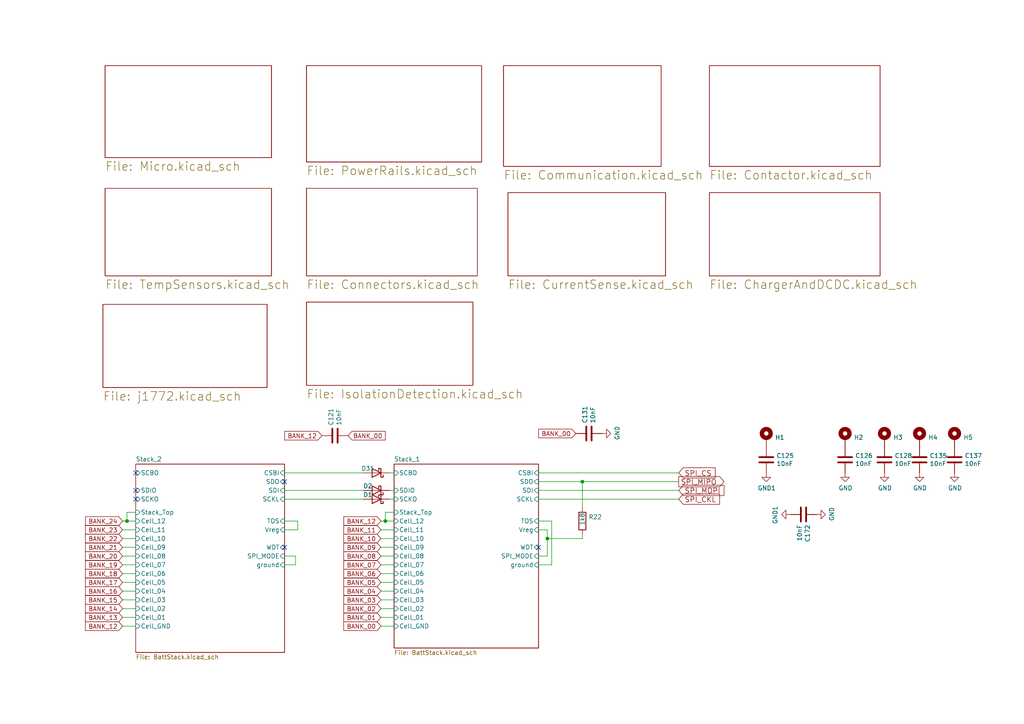
<source format=kicad_sch>
(kicad_sch (version 20250114) (generator "eeschema") (generator_version "9.0")
  (paper "A4")
  (lib_symbols
    (symbol "Device:C" (pin_numbers (hide yes)) (pin_names (offset 0.254))
      (property "Reference" "C" (at 0.635 2.54 0))
      (property "Value" "C" (at 0.635 -2.54 0))
      (symbol "C_0_1"
        (polyline (pts (xy -2.032 0.762) (xy 2.032 0.762)) (stroke (width 0.508)))
        (polyline (pts (xy -2.032 -0.762) (xy 2.032 -0.762)) (stroke (width 0.508)))
      )
      (symbol "C_1_1"
        (pin passive line (at 0 3.81 270) (length 2.794) (name "~") (number "1"))
        (pin passive line (at 0 -3.81 90) (length 2.794) (name "~") (number "2"))
      )
    )
    (symbol "Device:D_Schottky" (pin_numbers (hide yes)) (pin_names (offset 1.016) (hide yes))
      (property "Reference" "D" (at 0 2.54 0))
      (property "Value" "D_Schottky" (at 0 -2.54 0))
      (symbol "D_Schottky_0_1"
        (polyline (pts (xy -1.905 0.635) (xy -1.905 1.27) (xy -1.27 1.27) (xy -1.27 -1.27) (xy -0.635 -1.27) (xy -0.635 -0.635)) (stroke (width 0.254)))
        (polyline (pts (xy 1.27 1.27) (xy 1.27 -1.27) (xy -1.27 0) (xy 1.27 1.27)) (stroke (width 0.254)))
        (polyline (pts (xy 1.27 0) (xy -1.27 0)))
      )
      (symbol "D_Schottky_1_1"
        (pin passive line (at -3.81 0 0) (length 2.54) (name "K") (number "1"))
        (pin passive line (at 3.81 0 180) (length 2.54) (name "A") (number "2"))
      )
    )
    (symbol "Device:R" (pin_numbers (hide yes)) (pin_names (offset 0))
      (property "Reference" "R" (at 2.032 0 90))
      (property "Value" "R" (at 0 0 90))
      (symbol "R_0_1"
        (rectangle (start -1.016 -2.54) (end 1.016 2.54) (stroke (width 0.254)))
      )
      (symbol "R_1_1"
        (pin passive line (at 0 3.81 270) (length 1.27) (name "~") (number "1"))
        (pin passive line (at 0 -3.81 90) (length 1.27) (name "~") (number "2"))
      )
    )
    (symbol "Mechanical:MountingHole_Pad" (pin_numbers (hide yes)) (pin_names (offset 1.016) (hide yes))
      (property "Reference" "H" (at 0 6.35 0))
      (property "Value" "MountingHole_Pad" (at 0 4.445 0))
      (symbol "MountingHole_Pad_0_1"
        (circle (center 0 1.27) (radius 1.27) (stroke (width 1.27)))
      )
      (symbol "MountingHole_Pad_1_1"
        (pin input line (at 0 -2.54 90) (length 2.54) (name "1") (number "1"))
      )
    )
    (symbol "power:GND" (power) (pin_names (offset 0))
      (property "Value" "GND" (at 0 -3.81 0))
      (symbol "GND_0_1"
        (polyline (pts (xy 0 0) (xy 0 -1.27) (xy 1.27 -1.27) (xy 0 -2.54) (xy -1.27 -1.27) (xy 0 -1.27)))
      )
      (symbol "GND_1_1"
        (pin power_in line (at 0 0 270) (length 0) (hide yes) (name "GND") (number "1"))
      )
    )
    (symbol "power:GND1" (power) (pin_names (offset 0))
      (property "Value" "GND1" (at 0 -3.81 0))
      (symbol "GND1_0_1"
        (polyline (pts (xy 0 0) (xy 0 -1.27) (xy 1.27 -1.27) (xy 0 -2.54) (xy -1.27 -1.27) (xy 0 -1.27)))
      )
      (symbol "GND1_1_1"
        (pin power_in line (at 0 0 270) (length 0) (hide yes) (name "GND1") (number "1"))
      )
    )
  )
  (junction (at 158.75 156.21))
  (junction (at 111.76 151.13))
  (junction (at 168.91 139.7))
  (junction (at 36.83 151.13))
  (no_connect (at 82.55 139.7))
  (no_connect (at 39.37 137.16))
  (no_connect (at 39.37 144.78))
  (no_connect (at 39.37 142.24))
  (no_connect (at 82.55 158.75))
  (no_connect (at 156.21 158.75))
  (wire (pts (xy 168.91 154.94) (xy 168.91 156.21)))
  (wire (pts (xy 35.56 156.21) (xy 39.37 156.21)))
  (wire (pts (xy 160.02 163.83) (xy 156.21 163.83)))
  (wire (pts (xy 35.56 158.75) (xy 39.37 158.75)))
  (wire (pts (xy 35.56 153.67) (xy 39.37 153.67)))
  (wire (pts (xy 85.725 163.83) (xy 85.725 161.29)))
  (wire (pts (xy 35.56 176.53) (xy 39.37 176.53)))
  (wire (pts (xy 156.21 137.16) (xy 196.85 137.16)))
  (wire (pts (xy 110.49 156.21) (xy 114.3 156.21)))
  (wire (pts (xy 82.55 144.78) (xy 105.41 144.78)))
  (wire (pts (xy 110.49 181.61) (xy 114.3 181.61)))
  (wire (pts (xy 156.21 153.67) (xy 158.75 153.67)))
  (wire (pts (xy 110.49 153.67) (xy 114.3 153.67)))
  (wire (pts (xy 36.83 148.59) (xy 36.83 151.13)))
  (wire (pts (xy 35.56 151.13) (xy 36.83 151.13)))
  (wire (pts (xy 113.03 144.78) (xy 114.3 144.78)))
  (wire (pts (xy 160.02 151.13) (xy 160.02 163.83)))
  (wire (pts (xy 36.83 151.13) (xy 39.37 151.13)))
  (wire (pts (xy 82.55 137.16) (xy 105.41 137.16)))
  (wire (pts (xy 110.49 171.45) (xy 114.3 171.45)))
  (wire (pts (xy 35.56 163.83) (xy 39.37 163.83)))
  (wire (pts (xy 35.56 173.99) (xy 39.37 173.99)))
  (wire (pts (xy 156.21 142.24) (xy 196.85 142.24)))
  (wire (pts (xy 110.49 176.53) (xy 114.3 176.53)))
  (wire (pts (xy 35.56 171.45) (xy 39.37 171.45)))
  (wire (pts (xy 156.21 144.78) (xy 196.85 144.78)))
  (wire (pts (xy 113.03 137.16) (xy 114.3 137.16)))
  (wire (pts (xy 110.49 179.07) (xy 114.3 179.07)))
  (wire (pts (xy 82.55 142.24) (xy 105.41 142.24)))
  (wire (pts (xy 39.37 148.59) (xy 36.83 148.59)))
  (wire (pts (xy 86.36 153.67) (xy 86.36 151.13)))
  (wire (pts (xy 111.76 151.13) (xy 114.3 151.13)))
  (wire (pts (xy 168.91 156.21) (xy 158.75 156.21)))
  (wire (pts (xy 114.3 148.59) (xy 111.76 148.59)))
  (wire (pts (xy 111.76 148.59) (xy 111.76 151.13)))
  (wire (pts (xy 82.55 163.83) (xy 85.725 163.83)))
  (wire (pts (xy 168.91 139.7) (xy 196.85 139.7)))
  (wire (pts (xy 35.56 161.29) (xy 39.37 161.29)))
  (wire (pts (xy 110.49 166.37) (xy 114.3 166.37)))
  (wire (pts (xy 113.03 142.24) (xy 114.3 142.24)))
  (wire (pts (xy 168.91 147.32) (xy 168.91 139.7)))
  (wire (pts (xy 110.49 173.99) (xy 114.3 173.99)))
  (wire (pts (xy 160.02 151.13) (xy 156.21 151.13)))
  (wire (pts (xy 82.55 153.67) (xy 86.36 153.67)))
  (wire (pts (xy 110.49 161.29) (xy 114.3 161.29)))
  (wire (pts (xy 82.55 161.29) (xy 85.725 161.29)))
  (wire (pts (xy 35.56 168.91) (xy 39.37 168.91)))
  (wire (pts (xy 158.75 156.21) (xy 158.75 153.67)))
  (wire (pts (xy 110.49 158.75) (xy 114.3 158.75)))
  (wire (pts (xy 156.21 139.7) (xy 168.91 139.7)))
  (wire (pts (xy 158.75 161.29) (xy 158.75 156.21)))
  (wire (pts (xy 110.49 168.91) (xy 114.3 168.91)))
  (wire (pts (xy 35.56 181.61) (xy 39.37 181.61)))
  (wire (pts (xy 86.36 151.13) (xy 82.55 151.13)))
  (wire (pts (xy 110.49 151.13) (xy 111.76 151.13)))
  (wire (pts (xy 110.49 163.83) (xy 114.3 163.83)))
  (wire (pts (xy 156.21 161.29) (xy 158.75 161.29)))
  (wire (pts (xy 35.56 179.07) (xy 39.37 179.07)))
  (wire (pts (xy 35.56 166.37) (xy 39.37 166.37)))
  (global_label "BANK_20" (shape input) (at 35.56 161.29 180) (property "Intersheetrefs" "${INTERSHEET_REFS}" (effects (hide yes))))
  (global_label "BANK_06" (shape input) (at 110.49 166.37 180) (property "Intersheetrefs" "${INTERSHEET_REFS}" (effects (hide yes))))
  (global_label "BANK_04" (shape input) (at 110.49 171.45 180) (property "Intersheetrefs" "${INTERSHEET_REFS}" (effects (hide yes))))
  (global_label "BANK_24" (shape input) (at 35.56 151.13 180) (property "Intersheetrefs" "${INTERSHEET_REFS}" (effects (hide yes))))
  (global_label "BANK_05" (shape input) (at 110.49 168.91 180) (property "Intersheetrefs" "${INTERSHEET_REFS}" (effects (hide yes))))
  (global_label "BANK_12" (shape input) (at 110.49 151.13 180) (property "Intersheetrefs" "${INTERSHEET_REFS}" (effects (hide yes))))
  (global_label "BANK_00" (shape input) (at 100.965 126.365 0) (property "Intersheetrefs" "${INTERSHEET_REFS}" (effects (hide yes))))
  (global_label "SPI_MOPI" (shape input) (at 196.85 142.24 0) (effects (font (size 1.4986 1.4986))) (property "Intersheetrefs" "${INTERSHEET_REFS}" (effects (hide yes))))
  (global_label "BANK_00" (shape input) (at 110.49 181.61 180) (property "Intersheetrefs" "${INTERSHEET_REFS}" (effects (hide yes))))
  (global_label "SPI_CKL" (shape input) (at 196.85 144.78 0) (effects (font (size 1.4986 1.4986))) (property "Intersheetrefs" "${INTERSHEET_REFS}" (effects (hide yes))))
  (global_label "SPI_CS" (shape input) (at 196.85 137.16 0) (effects (font (size 1.4986 1.4986))) (property "Intersheetrefs" "${INTERSHEET_REFS}" (effects (hide yes))))
  (global_label "BANK_23" (shape input) (at 35.56 153.67 180) (property "Intersheetrefs" "${INTERSHEET_REFS}" (effects (hide yes))))
  (global_label "BANK_12" (shape input) (at 93.345 126.365 180) (property "Intersheetrefs" "${INTERSHEET_REFS}" (effects (hide yes))))
  (global_label "BANK_15" (shape input) (at 35.56 173.99 180) (property "Intersheetrefs" "${INTERSHEET_REFS}" (effects (hide yes))))
  (global_label "BANK_19" (shape input) (at 35.56 163.83 180) (property "Intersheetrefs" "${INTERSHEET_REFS}" (effects (hide yes))))
  (global_label "BANK_03" (shape input) (at 110.49 173.99 180) (property "Intersheetrefs" "${INTERSHEET_REFS}" (effects (hide yes))))
  (global_label "BANK_13" (shape input) (at 35.56 179.07 180) (property "Intersheetrefs" "${INTERSHEET_REFS}" (effects (hide yes))))
  (global_label "BANK_22" (shape input) (at 35.56 156.21 180) (property "Intersheetrefs" "${INTERSHEET_REFS}" (effects (hide yes))))
  (global_label "BANK_16" (shape input) (at 35.56 171.45 180) (property "Intersheetrefs" "${INTERSHEET_REFS}" (effects (hide yes))))
  (global_label "BANK_14" (shape input) (at 35.56 176.53 180) (property "Intersheetrefs" "${INTERSHEET_REFS}" (effects (hide yes))))
  (global_label "BANK_01" (shape input) (at 110.49 179.07 180) (property "Intersheetrefs" "${INTERSHEET_REFS}" (effects (hide yes))))
  (global_label "BANK_08" (shape input) (at 110.49 161.29 180) (property "Intersheetrefs" "${INTERSHEET_REFS}" (effects (hide yes))))
  (global_label "BANK_09" (shape input) (at 110.49 158.75 180) (property "Intersheetrefs" "${INTERSHEET_REFS}" (effects (hide yes))))
  (global_label "BANK_02" (shape input) (at 110.49 176.53 180) (property "Intersheetrefs" "${INTERSHEET_REFS}" (effects (hide yes))))
  (global_label "BANK_00" (shape input) (at 167.005 125.73 180) (property "Intersheetrefs" "${INTERSHEET_REFS}" (effects (hide yes))))
  (global_label "BANK_12" (shape input) (at 35.56 181.61 180) (property "Intersheetrefs" "${INTERSHEET_REFS}" (effects (hide yes))))
  (global_label "BANK_18" (shape input) (at 35.56 166.37 180) (property "Intersheetrefs" "${INTERSHEET_REFS}" (effects (hide yes))))
  (global_label "SPI_MIPO" (shape output) (at 196.85 139.7 0) (effects (font (size 1.4986 1.4986))) (property "Intersheetrefs" "${INTERSHEET_REFS}" (effects (hide yes))))
  (global_label "BANK_10" (shape input) (at 110.49 156.21 180) (property "Intersheetrefs" "${INTERSHEET_REFS}" (effects (hide yes))))
  (global_label "BANK_21" (shape input) (at 35.56 158.75 180) (property "Intersheetrefs" "${INTERSHEET_REFS}" (effects (hide yes))))
  (global_label "BANK_17" (shape input) (at 35.56 168.91 180) (property "Intersheetrefs" "${INTERSHEET_REFS}" (effects (hide yes))))
  (global_label "BANK_07" (shape input) (at 110.49 163.83 180) (property "Intersheetrefs" "${INTERSHEET_REFS}" (effects (hide yes))))
  (global_label "BANK_11" (shape input) (at 110.49 153.67 180) (property "Intersheetrefs" "${INTERSHEET_REFS}" (effects (hide yes))))
  (symbol (lib_id "Device:D_Schottky") (at 109.22 142.24 180) (unit 1)
    (property "Reference" "D2" (at 106.68 140.97 0))
    (property "Value" "D_Schottky" (effects (hide yes)))
    (property "Footprint" "Diode_SMD:D_SOD-123F" (effects (hide yes)))
    (property "Datasheet" "https://www.onsemi.com/pub/Collateral/RS1AFA-D.PDF" (effects (hide yes)))
    (property "MPN" "RS1GFA" (effects (hide yes)))
    (property "Part Number" "RS1GFA" (effects (hide yes)))
    (property "Digikey_PN" "S215FACT-ND" (effects (hide yes)))
  )
  (symbol (lib_id "Device:D_Schottky") (at 109.22 144.78 180) (unit 1)
    (property "Reference" "D1" (at 106.68 143.51 0))
    (property "Value" "D_Schottky" (effects (hide yes)))
    (property "Footprint" "Diode_SMD:D_SOD-123F" (effects (hide yes)))
    (property "Datasheet" "https://www.onsemi.com/pub/Collateral/RS1AFA-D.PDF" (effects (hide yes)))
    (property "MPN" "RS1GFA" (effects (hide yes)))
    (property "Part Number" "RS1GFA" (effects (hide yes)))
    (property "Digikey_PN" "S215FACT-ND" (effects (hide yes)))
  )
  (symbol (lib_id "Mechanical:MountingHole_Pad") (at 256.54 127 0) (unit 1) (in_bom no)
    (property "Reference" "H3" (at 259.08 126.873 0) (effects (justify left)))
    (property "Value" "MountingHole_Pad" (effects (hide yes)))
    (property "Footprint" "Footprints:MountingHole_3.2mm_M3_Pad_Via" (effects (hide yes)))
  )
  (symbol (lib_id "Mechanical:MountingHole_Pad") (at 266.7 127 0) (unit 1) (in_bom no)
    (property "Reference" "H4" (at 269.24 126.873 0) (effects (justify left)))
    (property "Value" "MountingHole_Pad" (effects (hide yes)))
    (property "Footprint" "Footprints:MountingHole_3.2mm_M3_Pad_Via" (effects (hide yes)))
  )
  (symbol (lib_id "Mechanical:MountingHole_Pad") (at 276.86 127 0) (unit 1) (in_bom no)
    (property "Reference" "H5" (at 279.4 126.873 0) (effects (justify left)))
    (property "Value" "MountingHole_Pad" (effects (hide yes)))
    (property "Footprint" "Footprints:MountingHole_3.2mm_M3_Pad_Via" (effects (hide yes)))
  )
  (symbol (lib_id "Mechanical:MountingHole_Pad") (at 245.11 127 0) (unit 1) (in_bom no)
    (property "Reference" "H2" (at 247.65 126.873 0) (effects (justify left)))
    (property "Value" "MountingHole_Pad" (effects (hide yes)))
    (property "Footprint" "Footprints:MountingHole_3.2mm_M3_Pad_Via" (effects (hide yes)))
  )
  (symbol (lib_id "Mechanical:MountingHole_Pad") (at 222.25 127 0) (unit 1) (in_bom no)
    (property "Reference" "H1" (at 224.79 126.873 0) (effects (justify left)))
    (property "Value" "MountingHole_Pad" (effects (hide yes)))
    (property "Footprint" "Footprints:MountingHole_3.2mm_M3_Pad_Via" (effects (hide yes)))
  )
  (symbol (lib_id "Device:C") (at 245.11 133.35 0) (unit 1)
    (property "Reference" "C126" (at 248.031 132.1816 0) (effects (justify left)))
    (property "Value" "10nF" (at 248.031 134.493 0) (effects (justify left)))
    (property "Footprint" "Capacitor_SMD:C_0603_1608Metric" (effects (hide yes)))
    (property "MPN" "GCM188R72A103KA37D" (effects (hide yes)))
    (property "Part Number" "GCM188R72A103KA37D" (effects (hide yes)))
    (property "Digikey_PN" "490-4781-1-ND" (effects (hide yes)))
  )
  (symbol (lib_id "power:GND") (at 245.11 137.16 0) (unit 1)
    (property "Reference" "#PWR071" (effects (hide yes)))
    (property "Value" "GND" (at 245.237 141.5542 0))
  )
  (symbol (lib_id "Device:C") (at 256.54 133.35 0) (unit 1)
    (property "Reference" "C128" (at 259.461 132.1816 0) (effects (justify left)))
    (property "Value" "10nF" (at 259.461 134.493 0) (effects (justify left)))
    (property "Footprint" "Capacitor_SMD:C_0603_1608Metric" (effects (hide yes)))
    (property "MPN" "GCM188R72A103KA37D" (effects (hide yes)))
    (property "Part Number" "GCM188R72A103KA37D" (effects (hide yes)))
    (property "Digikey_PN" "490-4781-1-ND" (effects (hide yes)))
  )
  (symbol (lib_id "power:GND") (at 256.54 137.16 0) (unit 1)
    (property "Reference" "#PWR072" (effects (hide yes)))
    (property "Value" "GND" (at 256.667 141.5542 0))
  )
  (symbol (lib_id "Device:C") (at 266.7 133.35 0) (unit 1)
    (property "Reference" "C135" (at 269.621 132.1816 0) (effects (justify left)))
    (property "Value" "10nF" (at 269.621 134.493 0) (effects (justify left)))
    (property "Footprint" "Capacitor_SMD:C_0603_1608Metric" (effects (hide yes)))
    (property "MPN" "GCM188R72A103KA37D" (effects (hide yes)))
    (property "Part Number" "GCM188R72A103KA37D" (effects (hide yes)))
    (property "Digikey_PN" "490-4781-1-ND" (effects (hide yes)))
  )
  (symbol (lib_id "power:GND") (at 266.7 137.16 0) (unit 1)
    (property "Reference" "#PWR073" (effects (hide yes)))
    (property "Value" "GND" (at 266.827 141.5542 0))
  )
  (symbol (lib_id "Device:C") (at 276.86 133.35 0) (unit 1)
    (property "Reference" "C137" (at 279.781 132.1816 0) (effects (justify left)))
    (property "Value" "10nF" (at 279.781 134.493 0) (effects (justify left)))
    (property "Footprint" "Capacitor_SMD:C_0603_1608Metric" (effects (hide yes)))
    (property "MPN" "GCM188R72A103KA37D" (effects (hide yes)))
    (property "Part Number" "GCM188R72A103KA37D" (effects (hide yes)))
    (property "Digikey_PN" "490-4781-1-ND" (effects (hide yes)))
  )
  (symbol (lib_id "power:GND") (at 276.86 137.16 0) (unit 1)
    (property "Reference" "#PWR074" (effects (hide yes)))
    (property "Value" "GND" (at 276.987 141.5542 0))
  )
  (symbol (lib_id "Device:C") (at 222.25 133.35 0) (unit 1)
    (property "Reference" "C125" (at 225.171 132.1816 0) (effects (justify left)))
    (property "Value" "10nF" (at 225.171 134.493 0) (effects (justify left)))
    (property "Footprint" "Capacitor_SMD:C_0603_1608Metric" (effects (hide yes)))
    (property "MPN" "GCM188R72A103KA37D" (effects (hide yes)))
    (property "Part Number" "GCM188R72A103KA37D" (effects (hide yes)))
    (property "Digikey_PN" "490-4781-1-ND" (effects (hide yes)))
  )
  (symbol (lib_id "power:GND1") (at 222.25 137.16 0) (unit 1)
    (property "Reference" "#PWR055" (effects (hide yes)))
    (property "Value" "GND1" (at 222.377 141.5542 0))
  )
  (symbol (lib_id "Device:D_Schottky") (at 109.22 137.16 180) (unit 1)
    (property "Reference" "D31" (at 106.68 135.89 0))
    (property "Value" "D_Schottky" (effects (hide yes)))
    (property "Footprint" "Diode_SMD:D_SOD-123F" (effects (hide yes)))
    (property "Datasheet" "https://www.onsemi.com/pub/Collateral/RS1AFA-D.PDF" (effects (hide yes)))
    (property "MPN" "RS1GFA" (effects (hide yes)))
    (property "Part Number" "RS1GFA" (effects (hide yes)))
    (property "Digikey_PN" "S215FACT-ND" (effects (hide yes)))
  )
  (symbol (lib_id "Device:R") (at 168.91 151.13 0) (unit 1)
    (property "Reference" "R22" (at 170.688 149.9616 0) (effects (justify left)))
    (property "Value" "1k8" (at 168.91 152.4 90) (effects (justify left)))
    (property "Footprint" "Resistor_SMD:R_0603_1608Metric" (effects (hide yes)))
    (property "Digikey_PN" "RMCF0603JG1K80CT-ND" (effects (hide yes)))
    (property "MPN" "RMCF0603JG1K80" (effects (hide yes)))
    (property "Part Number" "RMCF0603JG1K80" (effects (hide yes)))
  )
  (symbol (lib_id "Device:C") (at 97.155 126.365 90) (unit 1)
    (property "Reference" "C121" (at 95.9866 123.444 0) (effects (justify left)))
    (property "Value" "10nF" (at 98.298 123.444 0) (effects (justify left)))
    (property "Footprint" "Capacitor_SMD:C_0603_1608Metric" (effects (hide yes)))
    (property "MPN" "GCM188R72A103KA37D" (effects (hide yes)))
    (property "Part Number" "GCM188R72A103KA37D" (effects (hide yes)))
    (property "Digikey_PN" "490-4781-1-ND" (effects (hide yes)))
  )
  (symbol (lib_id "power:GND1") (at 229.235 149.225 270) (unit 1)
    (property "Reference" "#PWR0221" (effects (hide yes)))
    (property "Value" "GND1" (at 224.8408 149.352 0))
  )
  (symbol (lib_id "power:GND") (at 236.855 149.225 90) (unit 1)
    (property "Reference" "#PWR0225" (effects (hide yes)))
    (property "Value" "GND" (at 241.2492 149.098 0))
  )
  (symbol (lib_id "Device:C") (at 170.815 125.73 90) (unit 1)
    (property "Reference" "C131" (at 169.6466 122.809 0) (effects (justify left)))
    (property "Value" "10nF" (at 171.958 122.809 0) (effects (justify left)))
    (property "Footprint" "Capacitor_SMD:C_0603_1608Metric" (effects (hide yes)))
    (property "MPN" "GCM188R72A103KA37D" (effects (hide yes)))
    (property "Part Number" "GCM188R72A103KA37D" (effects (hide yes)))
    (property "Digikey_PN" "490-4781-1-ND" (effects (hide yes)))
  )
  (symbol (lib_id "Device:C") (at 233.045 149.225 270) (unit 1)
    (property "Reference" "C172" (at 234.2134 152.146 0) (effects (justify left)))
    (property "Value" "10nF" (at 231.902 152.146 0) (effects (justify left)))
    (property "Footprint" "Capacitor_SMD:C_0603_1608Metric" (effects (hide yes)))
    (property "MPN" "GCM188R72A103KA37D" (effects (hide yes)))
    (property "Part Number" "GCM188R72A103KA37D" (effects (hide yes)))
    (property "Digikey_PN" "490-4781-1-ND" (effects (hide yes)))
  )
  (symbol (lib_id "power:GND") (at 174.625 125.73 90) (unit 1)
    (property "Reference" "#PWR0217" (effects (hide yes)))
    (property "Value" "GND" (at 179.0192 125.603 0))
  )
  (sheet (at 30.48 19.05) (size 48.26 26.67)
    (property "Sheetname" "Micro" (effects (hide yes)))
    (property "Sheetfile" "Micro.kicad_sch" (at 30.48 46.7923 0) (effects (font (size 2.4892 2.4892)) (justify left top)))
  )
  (sheet (at 88.9 19.05) (size 50.8 27.94)
    (property "Sheetname" "PowerRails" (effects (hide yes)))
    (property "Sheetfile" "PowerRails.kicad_sch" (at 88.9 48.0623 0) (effects (font (size 2.4892 2.4892)) (justify left top)))
  )
  (sheet (at 114.3 134.62) (size 41.91 53.34)
    (property "Sheetname" "Stack_1" (at 114.3 133.9084 0) (effects (justify left bottom)))
    (property "Sheetfile" "BattStack.kicad_sch" (at 114.3 188.5446 0) (effects (justify left top)))
    (pin "TOS" input (at 156.21 151.13 0))
    (pin "Vreg" input (at 156.21 153.67 0))
    (pin "SCKL" input (at 156.21 144.78 0))
    (pin "SDI" input (at 156.21 142.24 0))
    (pin "SDO" input (at 156.21 139.7 0))
    (pin "CSBI" input (at 156.21 137.16 0))
    (pin "Cell_12" input (at 114.3 151.13 180))
    (pin "Cell_11" input (at 114.3 153.67 180))
    (pin "Cell_10" input (at 114.3 156.21 180))
    (pin "Cell_09" input (at 114.3 158.75 180))
    (pin "Cell_08" input (at 114.3 161.29 180))
    (pin "Cell_07" input (at 114.3 163.83 180))
    (pin "Cell_06" input (at 114.3 166.37 180))
    (pin "Cell_05" input (at 114.3 168.91 180))
    (pin "Cell_04" input (at 114.3 171.45 180))
    (pin "Cell_03" input (at 114.3 173.99 180))
    (pin "Cell_01" input (at 114.3 179.07 180))
    (pin "Cell_GND" input (at 114.3 181.61 180))
    (pin "Cell_02" input (at 114.3 176.53 180))
    (pin "Stack_Top" input (at 114.3 148.59 180))
    (pin "ground" input (at 156.21 163.83 0))
    (pin "WDT" input (at 156.21 158.75 0))
    (pin "SDIO" input (at 114.3 142.24 180))
    (pin "SCBO" input (at 114.3 137.16 180))
    (pin "SCKO" input (at 114.3 144.78 180))
    (pin "SPI_MODE" input (at 156.21 161.29 0))
  )
  (sheet (at 39.37 134.62) (size 43.18 54.61)
    (property "Sheetname" "Stack_2" (at 39.37 133.9084 0) (effects (justify left bottom)))
    (property "Sheetfile" "BattStack.kicad_sch" (at 39.37 189.8146 0) (effects (justify left top)))
    (pin "TOS" input (at 82.55 151.13 0))
    (pin "Vreg" input (at 82.55 153.67 0))
    (pin "SCKL" input (at 82.55 144.78 0))
    (pin "SDI" input (at 82.55 142.24 0))
    (pin "SDO" input (at 82.55 139.7 0))
    (pin "CSBI" input (at 82.55 137.16 0))
    (pin "Cell_12" input (at 39.37 151.13 180))
    (pin "Cell_11" input (at 39.37 153.67 180))
    (pin "Cell_10" input (at 39.37 156.21 180))
    (pin "Cell_09" input (at 39.37 158.75 180))
    (pin "Cell_08" input (at 39.37 161.29 180))
    (pin "Cell_07" input (at 39.37 163.83 180))
    (pin "Cell_06" input (at 39.37 166.37 180))
    (pin "Cell_05" input (at 39.37 168.91 180))
    (pin "Cell_04" input (at 39.37 171.45 180))
    (pin "Cell_03" input (at 39.37 173.99 180))
    (pin "Cell_01" input (at 39.37 179.07 180))
    (pin "Cell_GND" input (at 39.37 181.61 180))
    (pin "Cell_02" input (at 39.37 176.53 180))
    (pin "Stack_Top" input (at 39.37 148.59 180))
    (pin "ground" input (at 82.55 163.83 0))
    (pin "WDT" input (at 82.55 158.75 0))
    (pin "SDIO" input (at 39.37 142.24 180))
    (pin "SCBO" input (at 39.37 137.16 180))
    (pin "SCKO" input (at 39.37 144.78 180))
    (pin "SPI_MODE" input (at 82.55 161.29 0))
  )
  (sheet (at 146.05 19.05) (size 45.72 29.21)
    (property "Sheetname" "Communications" (effects (hide yes)))
    (property "Sheetfile" "Communication.kicad_sch" (at 146.05 49.3323 0) (effects (font (size 2.4892 2.4892)) (justify left top)))
  )
  (sheet (at 30.48 54.61) (size 48.26 25.4)
    (property "Sheetname" "TempSensors" (effects (hide yes)))
    (property "Sheetfile" "TempSensors.kicad_sch" (at 30.48 81.0823 0) (effects (font (size 2.4892 2.4892)) (justify left top)))
  )
  (sheet (at 88.9 54.61) (size 49.53 25.4)
    (property "Sheetname" "Connectors" (effects (hide yes)))
    (property "Sheetfile" "Connectors.kicad_sch" (at 88.9 81.0823 0) (effects (font (size 2.4892 2.4892)) (justify left top)))
  )
  (sheet (at 147.32 55.88) (size 45.72 24.13)
    (property "Sheetname" "CurrentSense" (effects (hide yes)))
    (property "Sheetfile" "CurrentSense.kicad_sch" (at 147.32 81.0823 0) (effects (font (size 2.4892 2.4892)) (justify left top)))
  )
  (sheet (at 205.74 19.05) (size 49.53 29.21)
    (property "Sheetname" "Contactor" (effects (hide yes)))
    (property "Sheetfile" "Contactor.kicad_sch" (at 205.74 49.3323 0) (effects (font (size 2.4892 2.4892)) (justify left top)))
  )
  (sheet (at 205.74 55.88) (size 49.53 24.13)
    (property "Sheetname" "ChargerAndDCDC" (effects (hide yes)))
    (property "Sheetfile" "ChargerAndDCDC.kicad_sch" (at 205.74 81.0823 0) (effects (font (size 2.4892 2.4892)) (justify left top)))
  )
  (sheet (at 88.9 87.63) (size 48.26 24.13)
    (property "Sheetname" "IsolationDetection" (effects (hide yes)))
    (property "Sheetfile" "IsolationDetection.kicad_sch" (at 88.9 112.8323 0) (effects (font (size 2.4892 2.4892)) (justify left top)))
  )
  (sheet (at 29.845 88.265) (size 47.625 24.13) (stroke (width 0.1524))
    (property "Sheetname" "j1772" (effects (hide yes)))
    (property "Sheetfile" "j1772.kicad_sch" (at 29.845 113.4716 0) (effects (font (size 2.5 2.5)) (justify left top)))
  )
)
</source>
